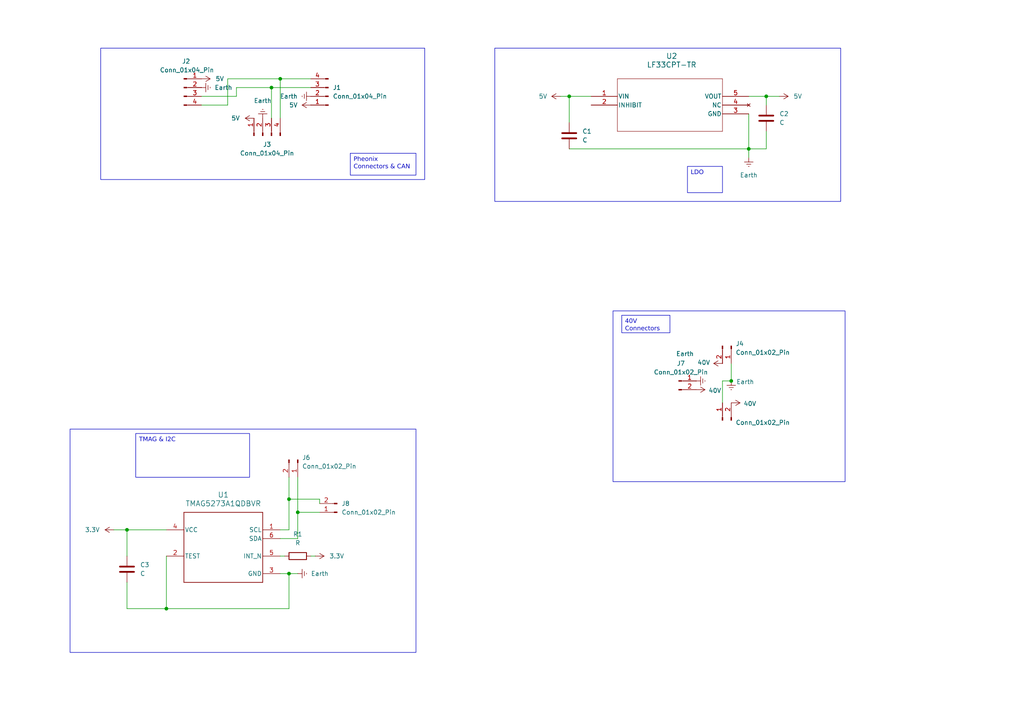
<source format=kicad_sch>
(kicad_sch
	(version 20231120)
	(generator "eeschema")
	(generator_version "8.0")
	(uuid "9cc32ca5-6e05-497e-83d8-178226cbd584")
	(paper "A4")
	(lib_symbols
		(symbol "Connector:Conn_01x02_Pin"
			(pin_names
				(offset 1.016) hide)
			(exclude_from_sim no)
			(in_bom yes)
			(on_board yes)
			(property "Reference" "J"
				(at 0 2.54 0)
				(effects
					(font
						(size 1.27 1.27)
					)
				)
			)
			(property "Value" "Conn_01x02_Pin"
				(at 0 -5.08 0)
				(effects
					(font
						(size 1.27 1.27)
					)
				)
			)
			(property "Footprint" ""
				(at 0 0 0)
				(effects
					(font
						(size 1.27 1.27)
					)
					(hide yes)
				)
			)
			(property "Datasheet" "~"
				(at 0 0 0)
				(effects
					(font
						(size 1.27 1.27)
					)
					(hide yes)
				)
			)
			(property "Description" "Generic connector, single row, 01x02, script generated"
				(at 0 0 0)
				(effects
					(font
						(size 1.27 1.27)
					)
					(hide yes)
				)
			)
			(property "ki_locked" ""
				(at 0 0 0)
				(effects
					(font
						(size 1.27 1.27)
					)
				)
			)
			(property "ki_keywords" "connector"
				(at 0 0 0)
				(effects
					(font
						(size 1.27 1.27)
					)
					(hide yes)
				)
			)
			(property "ki_fp_filters" "Connector*:*_1x??_*"
				(at 0 0 0)
				(effects
					(font
						(size 1.27 1.27)
					)
					(hide yes)
				)
			)
			(symbol "Conn_01x02_Pin_1_1"
				(polyline
					(pts
						(xy 1.27 -2.54) (xy 0.8636 -2.54)
					)
					(stroke
						(width 0.1524)
						(type default)
					)
					(fill
						(type none)
					)
				)
				(polyline
					(pts
						(xy 1.27 0) (xy 0.8636 0)
					)
					(stroke
						(width 0.1524)
						(type default)
					)
					(fill
						(type none)
					)
				)
				(rectangle
					(start 0.8636 -2.413)
					(end 0 -2.667)
					(stroke
						(width 0.1524)
						(type default)
					)
					(fill
						(type outline)
					)
				)
				(rectangle
					(start 0.8636 0.127)
					(end 0 -0.127)
					(stroke
						(width 0.1524)
						(type default)
					)
					(fill
						(type outline)
					)
				)
				(pin passive line
					(at 5.08 0 180)
					(length 3.81)
					(name "Pin_1"
						(effects
							(font
								(size 1.27 1.27)
							)
						)
					)
					(number "1"
						(effects
							(font
								(size 1.27 1.27)
							)
						)
					)
				)
				(pin passive line
					(at 5.08 -2.54 180)
					(length 3.81)
					(name "Pin_2"
						(effects
							(font
								(size 1.27 1.27)
							)
						)
					)
					(number "2"
						(effects
							(font
								(size 1.27 1.27)
							)
						)
					)
				)
			)
		)
		(symbol "Connector:Conn_01x04_Pin"
			(pin_names
				(offset 1.016) hide)
			(exclude_from_sim no)
			(in_bom yes)
			(on_board yes)
			(property "Reference" "J"
				(at 0 5.08 0)
				(effects
					(font
						(size 1.27 1.27)
					)
				)
			)
			(property "Value" "Conn_01x04_Pin"
				(at 0 -7.62 0)
				(effects
					(font
						(size 1.27 1.27)
					)
				)
			)
			(property "Footprint" ""
				(at 0 0 0)
				(effects
					(font
						(size 1.27 1.27)
					)
					(hide yes)
				)
			)
			(property "Datasheet" "~"
				(at 0 0 0)
				(effects
					(font
						(size 1.27 1.27)
					)
					(hide yes)
				)
			)
			(property "Description" "Generic connector, single row, 01x04, script generated"
				(at 0 0 0)
				(effects
					(font
						(size 1.27 1.27)
					)
					(hide yes)
				)
			)
			(property "ki_locked" ""
				(at 0 0 0)
				(effects
					(font
						(size 1.27 1.27)
					)
				)
			)
			(property "ki_keywords" "connector"
				(at 0 0 0)
				(effects
					(font
						(size 1.27 1.27)
					)
					(hide yes)
				)
			)
			(property "ki_fp_filters" "Connector*:*_1x??_*"
				(at 0 0 0)
				(effects
					(font
						(size 1.27 1.27)
					)
					(hide yes)
				)
			)
			(symbol "Conn_01x04_Pin_1_1"
				(polyline
					(pts
						(xy 1.27 -5.08) (xy 0.8636 -5.08)
					)
					(stroke
						(width 0.1524)
						(type default)
					)
					(fill
						(type none)
					)
				)
				(polyline
					(pts
						(xy 1.27 -2.54) (xy 0.8636 -2.54)
					)
					(stroke
						(width 0.1524)
						(type default)
					)
					(fill
						(type none)
					)
				)
				(polyline
					(pts
						(xy 1.27 0) (xy 0.8636 0)
					)
					(stroke
						(width 0.1524)
						(type default)
					)
					(fill
						(type none)
					)
				)
				(polyline
					(pts
						(xy 1.27 2.54) (xy 0.8636 2.54)
					)
					(stroke
						(width 0.1524)
						(type default)
					)
					(fill
						(type none)
					)
				)
				(rectangle
					(start 0.8636 -4.953)
					(end 0 -5.207)
					(stroke
						(width 0.1524)
						(type default)
					)
					(fill
						(type outline)
					)
				)
				(rectangle
					(start 0.8636 -2.413)
					(end 0 -2.667)
					(stroke
						(width 0.1524)
						(type default)
					)
					(fill
						(type outline)
					)
				)
				(rectangle
					(start 0.8636 0.127)
					(end 0 -0.127)
					(stroke
						(width 0.1524)
						(type default)
					)
					(fill
						(type outline)
					)
				)
				(rectangle
					(start 0.8636 2.667)
					(end 0 2.413)
					(stroke
						(width 0.1524)
						(type default)
					)
					(fill
						(type outline)
					)
				)
				(pin passive line
					(at 5.08 2.54 180)
					(length 3.81)
					(name "Pin_1"
						(effects
							(font
								(size 1.27 1.27)
							)
						)
					)
					(number "1"
						(effects
							(font
								(size 1.27 1.27)
							)
						)
					)
				)
				(pin passive line
					(at 5.08 0 180)
					(length 3.81)
					(name "Pin_2"
						(effects
							(font
								(size 1.27 1.27)
							)
						)
					)
					(number "2"
						(effects
							(font
								(size 1.27 1.27)
							)
						)
					)
				)
				(pin passive line
					(at 5.08 -2.54 180)
					(length 3.81)
					(name "Pin_3"
						(effects
							(font
								(size 1.27 1.27)
							)
						)
					)
					(number "3"
						(effects
							(font
								(size 1.27 1.27)
							)
						)
					)
				)
				(pin passive line
					(at 5.08 -5.08 180)
					(length 3.81)
					(name "Pin_4"
						(effects
							(font
								(size 1.27 1.27)
							)
						)
					)
					(number "4"
						(effects
							(font
								(size 1.27 1.27)
							)
						)
					)
				)
			)
		)
		(symbol "Device:C"
			(pin_numbers hide)
			(pin_names
				(offset 0.254)
			)
			(exclude_from_sim no)
			(in_bom yes)
			(on_board yes)
			(property "Reference" "C"
				(at 0.635 2.54 0)
				(effects
					(font
						(size 1.27 1.27)
					)
					(justify left)
				)
			)
			(property "Value" "C"
				(at 0.635 -2.54 0)
				(effects
					(font
						(size 1.27 1.27)
					)
					(justify left)
				)
			)
			(property "Footprint" ""
				(at 0.9652 -3.81 0)
				(effects
					(font
						(size 1.27 1.27)
					)
					(hide yes)
				)
			)
			(property "Datasheet" "~"
				(at 0 0 0)
				(effects
					(font
						(size 1.27 1.27)
					)
					(hide yes)
				)
			)
			(property "Description" "Unpolarized capacitor"
				(at 0 0 0)
				(effects
					(font
						(size 1.27 1.27)
					)
					(hide yes)
				)
			)
			(property "ki_keywords" "cap capacitor"
				(at 0 0 0)
				(effects
					(font
						(size 1.27 1.27)
					)
					(hide yes)
				)
			)
			(property "ki_fp_filters" "C_*"
				(at 0 0 0)
				(effects
					(font
						(size 1.27 1.27)
					)
					(hide yes)
				)
			)
			(symbol "C_0_1"
				(polyline
					(pts
						(xy -2.032 -0.762) (xy 2.032 -0.762)
					)
					(stroke
						(width 0.508)
						(type default)
					)
					(fill
						(type none)
					)
				)
				(polyline
					(pts
						(xy -2.032 0.762) (xy 2.032 0.762)
					)
					(stroke
						(width 0.508)
						(type default)
					)
					(fill
						(type none)
					)
				)
			)
			(symbol "C_1_1"
				(pin passive line
					(at 0 3.81 270)
					(length 2.794)
					(name "~"
						(effects
							(font
								(size 1.27 1.27)
							)
						)
					)
					(number "1"
						(effects
							(font
								(size 1.27 1.27)
							)
						)
					)
				)
				(pin passive line
					(at 0 -3.81 90)
					(length 2.794)
					(name "~"
						(effects
							(font
								(size 1.27 1.27)
							)
						)
					)
					(number "2"
						(effects
							(font
								(size 1.27 1.27)
							)
						)
					)
				)
			)
		)
		(symbol "Device:R"
			(pin_numbers hide)
			(pin_names
				(offset 0)
			)
			(exclude_from_sim no)
			(in_bom yes)
			(on_board yes)
			(property "Reference" "R"
				(at 2.032 0 90)
				(effects
					(font
						(size 1.27 1.27)
					)
				)
			)
			(property "Value" "R"
				(at 0 0 90)
				(effects
					(font
						(size 1.27 1.27)
					)
				)
			)
			(property "Footprint" ""
				(at -1.778 0 90)
				(effects
					(font
						(size 1.27 1.27)
					)
					(hide yes)
				)
			)
			(property "Datasheet" "~"
				(at 0 0 0)
				(effects
					(font
						(size 1.27 1.27)
					)
					(hide yes)
				)
			)
			(property "Description" "Resistor"
				(at 0 0 0)
				(effects
					(font
						(size 1.27 1.27)
					)
					(hide yes)
				)
			)
			(property "ki_keywords" "R res resistor"
				(at 0 0 0)
				(effects
					(font
						(size 1.27 1.27)
					)
					(hide yes)
				)
			)
			(property "ki_fp_filters" "R_*"
				(at 0 0 0)
				(effects
					(font
						(size 1.27 1.27)
					)
					(hide yes)
				)
			)
			(symbol "R_0_1"
				(rectangle
					(start -1.016 -2.54)
					(end 1.016 2.54)
					(stroke
						(width 0.254)
						(type default)
					)
					(fill
						(type none)
					)
				)
			)
			(symbol "R_1_1"
				(pin passive line
					(at 0 3.81 270)
					(length 1.27)
					(name "~"
						(effects
							(font
								(size 1.27 1.27)
							)
						)
					)
					(number "1"
						(effects
							(font
								(size 1.27 1.27)
							)
						)
					)
				)
				(pin passive line
					(at 0 -3.81 90)
					(length 1.27)
					(name "~"
						(effects
							(font
								(size 1.27 1.27)
							)
						)
					)
					(number "2"
						(effects
							(font
								(size 1.27 1.27)
							)
						)
					)
				)
			)
		)
		(symbol "LF33CPT-TR:LF33CPT-TR"
			(pin_names
				(offset 0.254)
			)
			(exclude_from_sim no)
			(in_bom yes)
			(on_board yes)
			(property "Reference" "U"
				(at 22.86 10.16 0)
				(effects
					(font
						(size 1.524 1.524)
					)
				)
			)
			(property "Value" "LF33CPT-TR"
				(at 22.86 7.62 0)
				(effects
					(font
						(size 1.524 1.524)
					)
				)
			)
			(property "Footprint" "PPAK_CPT-TR_STM"
				(at 0 0 0)
				(effects
					(font
						(size 1.27 1.27)
						(italic yes)
					)
					(hide yes)
				)
			)
			(property "Datasheet" "LF33CPT-TR"
				(at 0 0 0)
				(effects
					(font
						(size 1.27 1.27)
						(italic yes)
					)
					(hide yes)
				)
			)
			(property "Description" ""
				(at 0 0 0)
				(effects
					(font
						(size 1.27 1.27)
					)
					(hide yes)
				)
			)
			(property "ki_locked" ""
				(at 0 0 0)
				(effects
					(font
						(size 1.27 1.27)
					)
				)
			)
			(property "ki_keywords" "LF33CPT-TR"
				(at 0 0 0)
				(effects
					(font
						(size 1.27 1.27)
					)
					(hide yes)
				)
			)
			(property "ki_fp_filters" "PPAK_CPT-TR_STM PPAK_CPT-TR_STM-M PPAK_CPT-TR_STM-L"
				(at 0 0 0)
				(effects
					(font
						(size 1.27 1.27)
					)
					(hide yes)
				)
			)
			(symbol "LF33CPT-TR_0_1"
				(polyline
					(pts
						(xy 7.62 -10.16) (xy 38.1 -10.16)
					)
					(stroke
						(width 0.127)
						(type default)
					)
					(fill
						(type none)
					)
				)
				(polyline
					(pts
						(xy 7.62 5.08) (xy 7.62 -10.16)
					)
					(stroke
						(width 0.127)
						(type default)
					)
					(fill
						(type none)
					)
				)
				(polyline
					(pts
						(xy 38.1 -10.16) (xy 38.1 5.08)
					)
					(stroke
						(width 0.127)
						(type default)
					)
					(fill
						(type none)
					)
				)
				(polyline
					(pts
						(xy 38.1 5.08) (xy 7.62 5.08)
					)
					(stroke
						(width 0.127)
						(type default)
					)
					(fill
						(type none)
					)
				)
				(pin unspecified line
					(at 0 0 0)
					(length 7.62)
					(name "VIN"
						(effects
							(font
								(size 1.27 1.27)
							)
						)
					)
					(number "1"
						(effects
							(font
								(size 1.27 1.27)
							)
						)
					)
				)
				(pin input line
					(at 0 -2.54 0)
					(length 7.62)
					(name "INHIBIT"
						(effects
							(font
								(size 1.27 1.27)
							)
						)
					)
					(number "2"
						(effects
							(font
								(size 1.27 1.27)
							)
						)
					)
				)
				(pin power_out line
					(at 45.72 -5.08 180)
					(length 7.62)
					(name "GND"
						(effects
							(font
								(size 1.27 1.27)
							)
						)
					)
					(number "3"
						(effects
							(font
								(size 1.27 1.27)
							)
						)
					)
				)
				(pin no_connect line
					(at 45.72 -2.54 180)
					(length 7.62)
					(name "NC"
						(effects
							(font
								(size 1.27 1.27)
							)
						)
					)
					(number "4"
						(effects
							(font
								(size 1.27 1.27)
							)
						)
					)
				)
				(pin output line
					(at 45.72 0 180)
					(length 7.62)
					(name "VOUT"
						(effects
							(font
								(size 1.27 1.27)
							)
						)
					)
					(number "5"
						(effects
							(font
								(size 1.27 1.27)
							)
						)
					)
				)
			)
		)
		(symbol "TMAG:TMAG5273A1QDBVR"
			(pin_names
				(offset 0.254)
			)
			(exclude_from_sim no)
			(in_bom yes)
			(on_board yes)
			(property "Reference" "U"
				(at 0 2.54 0)
				(effects
					(font
						(size 1.524 1.524)
					)
				)
			)
			(property "Value" "TMAG5273A1QDBVR"
				(at 0 0 0)
				(effects
					(font
						(size 1.524 1.524)
					)
				)
			)
			(property "Footprint" "DBV0006A-IPC_A"
				(at 0 0 0)
				(effects
					(font
						(size 1.27 1.27)
						(italic yes)
					)
					(hide yes)
				)
			)
			(property "Datasheet" "TMAG5273A1QDBVR"
				(at 0 0 0)
				(effects
					(font
						(size 1.27 1.27)
						(italic yes)
					)
					(hide yes)
				)
			)
			(property "Description" ""
				(at 0 0 0)
				(effects
					(font
						(size 1.27 1.27)
					)
					(hide yes)
				)
			)
			(property "ki_locked" ""
				(at 0 0 0)
				(effects
					(font
						(size 1.27 1.27)
					)
				)
			)
			(property "ki_keywords" "TMAG5273A1QDBVR"
				(at 0 0 0)
				(effects
					(font
						(size 1.27 1.27)
					)
					(hide yes)
				)
			)
			(property "ki_fp_filters" "DBV0006A-IPC_A DBV0006A-IPC_B DBV0006A-IPC_C DBV0006A-MFG"
				(at 0 0 0)
				(effects
					(font
						(size 1.27 1.27)
					)
					(hide yes)
				)
			)
			(symbol "TMAG5273A1QDBVR_0_1"
				(polyline
					(pts
						(xy 5.08 -15.24) (xy 27.94 -15.24)
					)
					(stroke
						(width 0.2032)
						(type default)
					)
					(fill
						(type none)
					)
				)
				(polyline
					(pts
						(xy 5.08 5.08) (xy 5.08 -15.24)
					)
					(stroke
						(width 0.2032)
						(type default)
					)
					(fill
						(type none)
					)
				)
				(polyline
					(pts
						(xy 27.94 -15.24) (xy 27.94 5.08)
					)
					(stroke
						(width 0.2032)
						(type default)
					)
					(fill
						(type none)
					)
				)
				(polyline
					(pts
						(xy 27.94 5.08) (xy 5.08 5.08)
					)
					(stroke
						(width 0.2032)
						(type default)
					)
					(fill
						(type none)
					)
				)
				(pin input line
					(at 33.02 0 180)
					(length 5.08)
					(name "SCL"
						(effects
							(font
								(size 1.27 1.27)
							)
						)
					)
					(number "1"
						(effects
							(font
								(size 1.27 1.27)
							)
						)
					)
				)
				(pin input line
					(at 0 -7.62 0)
					(length 5.08)
					(name "TEST"
						(effects
							(font
								(size 1.27 1.27)
							)
						)
					)
					(number "2"
						(effects
							(font
								(size 1.27 1.27)
							)
						)
					)
				)
				(pin power_in line
					(at 33.02 -12.7 180)
					(length 5.08)
					(name "GND"
						(effects
							(font
								(size 1.27 1.27)
							)
						)
					)
					(number "3"
						(effects
							(font
								(size 1.27 1.27)
							)
						)
					)
				)
				(pin power_in line
					(at 0 0 0)
					(length 5.08)
					(name "VCC"
						(effects
							(font
								(size 1.27 1.27)
							)
						)
					)
					(number "4"
						(effects
							(font
								(size 1.27 1.27)
							)
						)
					)
				)
				(pin output line
					(at 33.02 -7.62 180)
					(length 5.08)
					(name "INT_N"
						(effects
							(font
								(size 1.27 1.27)
							)
						)
					)
					(number "5"
						(effects
							(font
								(size 1.27 1.27)
							)
						)
					)
				)
				(pin bidirectional line
					(at 33.02 -2.54 180)
					(length 5.08)
					(name "SDA"
						(effects
							(font
								(size 1.27 1.27)
							)
						)
					)
					(number "6"
						(effects
							(font
								(size 1.27 1.27)
							)
						)
					)
				)
			)
		)
		(symbol "power:Earth"
			(power)
			(pin_numbers hide)
			(pin_names
				(offset 0) hide)
			(exclude_from_sim no)
			(in_bom yes)
			(on_board yes)
			(property "Reference" "#PWR"
				(at 0 -6.35 0)
				(effects
					(font
						(size 1.27 1.27)
					)
					(hide yes)
				)
			)
			(property "Value" "Earth"
				(at 0 -3.81 0)
				(effects
					(font
						(size 1.27 1.27)
					)
				)
			)
			(property "Footprint" ""
				(at 0 0 0)
				(effects
					(font
						(size 1.27 1.27)
					)
					(hide yes)
				)
			)
			(property "Datasheet" "~"
				(at 0 0 0)
				(effects
					(font
						(size 1.27 1.27)
					)
					(hide yes)
				)
			)
			(property "Description" "Power symbol creates a global label with name \"Earth\""
				(at 0 0 0)
				(effects
					(font
						(size 1.27 1.27)
					)
					(hide yes)
				)
			)
			(property "ki_keywords" "global ground gnd"
				(at 0 0 0)
				(effects
					(font
						(size 1.27 1.27)
					)
					(hide yes)
				)
			)
			(symbol "Earth_0_1"
				(polyline
					(pts
						(xy -0.635 -1.905) (xy 0.635 -1.905)
					)
					(stroke
						(width 0)
						(type default)
					)
					(fill
						(type none)
					)
				)
				(polyline
					(pts
						(xy -0.127 -2.54) (xy 0.127 -2.54)
					)
					(stroke
						(width 0)
						(type default)
					)
					(fill
						(type none)
					)
				)
				(polyline
					(pts
						(xy 0 -1.27) (xy 0 0)
					)
					(stroke
						(width 0)
						(type default)
					)
					(fill
						(type none)
					)
				)
				(polyline
					(pts
						(xy 1.27 -1.27) (xy -1.27 -1.27)
					)
					(stroke
						(width 0)
						(type default)
					)
					(fill
						(type none)
					)
				)
			)
			(symbol "Earth_1_1"
				(pin power_in line
					(at 0 0 270)
					(length 0)
					(name "~"
						(effects
							(font
								(size 1.27 1.27)
							)
						)
					)
					(number "1"
						(effects
							(font
								(size 1.27 1.27)
							)
						)
					)
				)
			)
		)
		(symbol "power:VCC"
			(power)
			(pin_numbers hide)
			(pin_names
				(offset 0) hide)
			(exclude_from_sim no)
			(in_bom yes)
			(on_board yes)
			(property "Reference" "#PWR"
				(at 0 -3.81 0)
				(effects
					(font
						(size 1.27 1.27)
					)
					(hide yes)
				)
			)
			(property "Value" "VCC"
				(at 0 3.556 0)
				(effects
					(font
						(size 1.27 1.27)
					)
				)
			)
			(property "Footprint" ""
				(at 0 0 0)
				(effects
					(font
						(size 1.27 1.27)
					)
					(hide yes)
				)
			)
			(property "Datasheet" ""
				(at 0 0 0)
				(effects
					(font
						(size 1.27 1.27)
					)
					(hide yes)
				)
			)
			(property "Description" "Power symbol creates a global label with name \"VCC\""
				(at 0 0 0)
				(effects
					(font
						(size 1.27 1.27)
					)
					(hide yes)
				)
			)
			(property "ki_keywords" "global power"
				(at 0 0 0)
				(effects
					(font
						(size 1.27 1.27)
					)
					(hide yes)
				)
			)
			(symbol "VCC_0_1"
				(polyline
					(pts
						(xy -0.762 1.27) (xy 0 2.54)
					)
					(stroke
						(width 0)
						(type default)
					)
					(fill
						(type none)
					)
				)
				(polyline
					(pts
						(xy 0 0) (xy 0 2.54)
					)
					(stroke
						(width 0)
						(type default)
					)
					(fill
						(type none)
					)
				)
				(polyline
					(pts
						(xy 0 2.54) (xy 0.762 1.27)
					)
					(stroke
						(width 0)
						(type default)
					)
					(fill
						(type none)
					)
				)
			)
			(symbol "VCC_1_1"
				(pin power_in line
					(at 0 0 90)
					(length 0)
					(name "~"
						(effects
							(font
								(size 1.27 1.27)
							)
						)
					)
					(number "1"
						(effects
							(font
								(size 1.27 1.27)
							)
						)
					)
				)
			)
		)
	)
	(junction
		(at 86.36 148.59)
		(diameter 0)
		(color 0 0 0 0)
		(uuid "07b52dff-8047-4e77-a5c4-25ddf8351289")
	)
	(junction
		(at 217.17 43.18)
		(diameter 0)
		(color 0 0 0 0)
		(uuid "22e4c678-073f-4089-a1f4-15bdc750d920")
	)
	(junction
		(at 48.26 176.53)
		(diameter 0)
		(color 0 0 0 0)
		(uuid "6c197e79-3ade-49eb-b3d9-833171ed836d")
	)
	(junction
		(at 83.82 144.78)
		(diameter 0)
		(color 0 0 0 0)
		(uuid "702c582b-2706-4ccc-ab3b-69592964f1b6")
	)
	(junction
		(at 222.25 27.94)
		(diameter 0)
		(color 0 0 0 0)
		(uuid "71f00743-cfac-4948-afdf-11c5efe290b6")
	)
	(junction
		(at 212.09 110.49)
		(diameter 0)
		(color 0 0 0 0)
		(uuid "8a90427f-ad23-4d77-a899-003c9edc63f7")
	)
	(junction
		(at 78.74 25.4)
		(diameter 0)
		(color 0 0 0 0)
		(uuid "95af2198-4b8e-4143-af09-e2700dd6697e")
	)
	(junction
		(at 165.1 27.94)
		(diameter 0)
		(color 0 0 0 0)
		(uuid "99eb2c5c-876c-4d43-bcf2-ff050fee81e6")
	)
	(junction
		(at 83.82 166.37)
		(diameter 0)
		(color 0 0 0 0)
		(uuid "d4c9ffe5-6e22-46b9-a4bf-7c668164fe36")
	)
	(junction
		(at 36.83 153.67)
		(diameter 0)
		(color 0 0 0 0)
		(uuid "ef40bb0e-8499-4f36-9037-85f7c3d0b58e")
	)
	(junction
		(at 81.28 22.86)
		(diameter 0)
		(color 0 0 0 0)
		(uuid "f90667e1-95c8-40b4-972b-ce7a89df159c")
	)
	(wire
		(pts
			(xy 83.82 166.37) (xy 86.36 166.37)
		)
		(stroke
			(width 0)
			(type default)
		)
		(uuid "0ec83d56-e73d-4706-a6ee-119b6575fd1e")
	)
	(wire
		(pts
			(xy 222.25 38.1) (xy 222.25 43.18)
		)
		(stroke
			(width 0)
			(type default)
		)
		(uuid "11a5e4dc-8be0-434a-933a-d8c4536ebd0c")
	)
	(wire
		(pts
			(xy 36.83 168.91) (xy 36.83 176.53)
		)
		(stroke
			(width 0)
			(type default)
		)
		(uuid "1df23a81-647f-42b3-b192-2ad4766705ae")
	)
	(wire
		(pts
			(xy 222.25 43.18) (xy 217.17 43.18)
		)
		(stroke
			(width 0)
			(type default)
		)
		(uuid "1e89b72f-4067-41ae-9550-9b7fd1d3d4d2")
	)
	(wire
		(pts
			(xy 36.83 176.53) (xy 48.26 176.53)
		)
		(stroke
			(width 0)
			(type default)
		)
		(uuid "20a67a47-2dfe-4321-b768-a82a42e415f8")
	)
	(wire
		(pts
			(xy 162.56 27.94) (xy 165.1 27.94)
		)
		(stroke
			(width 0)
			(type default)
		)
		(uuid "26660b1b-ff4c-4362-8954-5c2eb3f81852")
	)
	(wire
		(pts
			(xy 83.82 138.43) (xy 83.82 144.78)
		)
		(stroke
			(width 0)
			(type default)
		)
		(uuid "29a5856c-e302-4e29-8652-7a48484e149c")
	)
	(wire
		(pts
			(xy 81.28 22.86) (xy 90.17 22.86)
		)
		(stroke
			(width 0)
			(type default)
		)
		(uuid "2b27d77d-ae00-47a9-b0a5-7c01a2b22dab")
	)
	(wire
		(pts
			(xy 66.04 22.86) (xy 81.28 22.86)
		)
		(stroke
			(width 0)
			(type default)
		)
		(uuid "348ec8d5-21a9-49f5-a604-62e626c10b7c")
	)
	(wire
		(pts
			(xy 83.82 144.78) (xy 92.71 144.78)
		)
		(stroke
			(width 0)
			(type default)
		)
		(uuid "3a8ed810-2fe5-477e-b94f-0fe11e567610")
	)
	(wire
		(pts
			(xy 217.17 43.18) (xy 217.17 45.72)
		)
		(stroke
			(width 0)
			(type default)
		)
		(uuid "402dfad3-bc9f-446b-a269-0de702c1a4ba")
	)
	(wire
		(pts
			(xy 217.17 27.94) (xy 222.25 27.94)
		)
		(stroke
			(width 0)
			(type default)
		)
		(uuid "4341bbca-1407-458d-8186-8a5ddd5a9e17")
	)
	(wire
		(pts
			(xy 81.28 153.67) (xy 83.82 153.67)
		)
		(stroke
			(width 0)
			(type default)
		)
		(uuid "439f03d3-1ea1-4692-953a-a9a57fa2c820")
	)
	(wire
		(pts
			(xy 90.17 161.29) (xy 91.44 161.29)
		)
		(stroke
			(width 0)
			(type default)
		)
		(uuid "441bba61-e9fc-46a7-9374-efd8d0ebafb1")
	)
	(wire
		(pts
			(xy 36.83 153.67) (xy 48.26 153.67)
		)
		(stroke
			(width 0)
			(type default)
		)
		(uuid "464e889a-93c8-4eb1-b22d-17083ec77db8")
	)
	(wire
		(pts
			(xy 165.1 43.18) (xy 217.17 43.18)
		)
		(stroke
			(width 0)
			(type default)
		)
		(uuid "4e78adf4-a625-4415-a663-ea5235d857b8")
	)
	(wire
		(pts
			(xy 81.28 156.21) (xy 86.36 156.21)
		)
		(stroke
			(width 0)
			(type default)
		)
		(uuid "501d082a-aabe-47a3-b434-256b92dec7c3")
	)
	(wire
		(pts
			(xy 81.28 22.86) (xy 81.28 34.29)
		)
		(stroke
			(width 0)
			(type default)
		)
		(uuid "5b1274a8-88f4-4af8-90f2-dfeb65271365")
	)
	(wire
		(pts
			(xy 68.58 27.94) (xy 68.58 25.4)
		)
		(stroke
			(width 0)
			(type default)
		)
		(uuid "66828aa3-1639-42ae-bf70-987d6aa30f38")
	)
	(wire
		(pts
			(xy 48.26 161.29) (xy 48.26 176.53)
		)
		(stroke
			(width 0)
			(type default)
		)
		(uuid "695bba29-13c7-430c-a378-e071b9b60e36")
	)
	(wire
		(pts
			(xy 83.82 144.78) (xy 83.82 153.67)
		)
		(stroke
			(width 0)
			(type default)
		)
		(uuid "6ebe954f-0ef9-4a31-b1dd-fbe966ea1d70")
	)
	(wire
		(pts
			(xy 36.83 153.67) (xy 36.83 161.29)
		)
		(stroke
			(width 0)
			(type default)
		)
		(uuid "7236d638-75aa-424a-aca8-95a8b1480090")
	)
	(wire
		(pts
			(xy 222.25 30.48) (xy 222.25 27.94)
		)
		(stroke
			(width 0)
			(type default)
		)
		(uuid "7a44dd5d-4601-40d5-9780-85436b1d8170")
	)
	(wire
		(pts
			(xy 86.36 138.43) (xy 86.36 148.59)
		)
		(stroke
			(width 0)
			(type default)
		)
		(uuid "7d915bbc-ae3c-4fbd-ab0e-4af1f51c5fec")
	)
	(wire
		(pts
			(xy 209.55 110.49) (xy 212.09 110.49)
		)
		(stroke
			(width 0)
			(type default)
		)
		(uuid "7e601178-2997-4b89-8282-320d8d4dfe03")
	)
	(wire
		(pts
			(xy 92.71 144.78) (xy 92.71 146.05)
		)
		(stroke
			(width 0)
			(type default)
		)
		(uuid "8869b275-9e03-4de3-92a2-aee72bc51754")
	)
	(wire
		(pts
			(xy 209.55 116.84) (xy 209.55 110.49)
		)
		(stroke
			(width 0)
			(type default)
		)
		(uuid "8a87052c-2ec8-4b7c-88ec-ab11d944159a")
	)
	(wire
		(pts
			(xy 86.36 148.59) (xy 86.36 156.21)
		)
		(stroke
			(width 0)
			(type default)
		)
		(uuid "95f88489-fc28-4350-8de9-f758e944af9b")
	)
	(wire
		(pts
			(xy 217.17 33.02) (xy 217.17 43.18)
		)
		(stroke
			(width 0)
			(type default)
		)
		(uuid "a48c8428-0792-4f8b-887c-5b2c5aa8947c")
	)
	(wire
		(pts
			(xy 66.04 22.86) (xy 66.04 30.48)
		)
		(stroke
			(width 0)
			(type default)
		)
		(uuid "a739957e-ce8e-46c0-9462-ba1a94f631b4")
	)
	(wire
		(pts
			(xy 83.82 176.53) (xy 83.82 166.37)
		)
		(stroke
			(width 0)
			(type default)
		)
		(uuid "b011d635-5ea8-4e43-be8a-86c2eb41b62d")
	)
	(wire
		(pts
			(xy 165.1 27.94) (xy 171.45 27.94)
		)
		(stroke
			(width 0)
			(type default)
		)
		(uuid "c62a51aa-17b4-4c9f-a19e-927d9cf1fee8")
	)
	(wire
		(pts
			(xy 81.28 161.29) (xy 82.55 161.29)
		)
		(stroke
			(width 0)
			(type default)
		)
		(uuid "cda831ec-e703-4370-befd-812511a1cef1")
	)
	(wire
		(pts
			(xy 66.04 30.48) (xy 58.42 30.48)
		)
		(stroke
			(width 0)
			(type default)
		)
		(uuid "d7290d40-296b-4eb8-9962-df0ab0870d33")
	)
	(wire
		(pts
			(xy 68.58 25.4) (xy 78.74 25.4)
		)
		(stroke
			(width 0)
			(type default)
		)
		(uuid "dcc50667-ec86-4f6c-a6af-1cfe04a0b780")
	)
	(wire
		(pts
			(xy 83.82 166.37) (xy 81.28 166.37)
		)
		(stroke
			(width 0)
			(type default)
		)
		(uuid "dd63cef4-32d7-4419-8aff-7406f2b6c7eb")
	)
	(wire
		(pts
			(xy 78.74 25.4) (xy 78.74 34.29)
		)
		(stroke
			(width 0)
			(type default)
		)
		(uuid "dfb9222b-0ad8-4e32-b9a5-16ae908d999d")
	)
	(wire
		(pts
			(xy 212.09 110.49) (xy 212.09 105.41)
		)
		(stroke
			(width 0)
			(type default)
		)
		(uuid "e0b7daad-a709-4b2d-b077-bf5f35a4238a")
	)
	(wire
		(pts
			(xy 78.74 25.4) (xy 90.17 25.4)
		)
		(stroke
			(width 0)
			(type default)
		)
		(uuid "e7a7a235-beca-4cef-b8af-5c889312fc19")
	)
	(wire
		(pts
			(xy 33.02 153.67) (xy 36.83 153.67)
		)
		(stroke
			(width 0)
			(type default)
		)
		(uuid "e8a377d4-d269-4ee9-b31c-4d6a3d3b8790")
	)
	(wire
		(pts
			(xy 58.42 27.94) (xy 68.58 27.94)
		)
		(stroke
			(width 0)
			(type default)
		)
		(uuid "eb5fd769-86a9-4c76-87b0-77df0454dd54")
	)
	(wire
		(pts
			(xy 222.25 27.94) (xy 226.06 27.94)
		)
		(stroke
			(width 0)
			(type default)
		)
		(uuid "edc438fc-5c5b-44bf-85d7-0a00f534c547")
	)
	(wire
		(pts
			(xy 48.26 176.53) (xy 83.82 176.53)
		)
		(stroke
			(width 0)
			(type default)
		)
		(uuid "f3049386-e472-4093-ac42-ce59e89594fe")
	)
	(wire
		(pts
			(xy 165.1 27.94) (xy 165.1 35.56)
		)
		(stroke
			(width 0)
			(type default)
		)
		(uuid "f465bb23-e5fd-4d40-a57c-f1107e4fa8a7")
	)
	(wire
		(pts
			(xy 86.36 148.59) (xy 92.71 148.59)
		)
		(stroke
			(width 0)
			(type default)
		)
		(uuid "f6c05b08-47e3-4d46-b8cf-d112ad33268b")
	)
	(rectangle
		(start 29.21 13.97)
		(end 123.19 52.07)
		(stroke
			(width 0)
			(type default)
		)
		(fill
			(type none)
		)
		(uuid 93f57cb6-4f3e-4c54-805e-945c88e1b9e7)
	)
	(rectangle
		(start 20.32 124.46)
		(end 120.65 189.23)
		(stroke
			(width 0)
			(type default)
		)
		(fill
			(type none)
		)
		(uuid a7e14314-4e3c-4705-bfbd-3b101e820ced)
	)
	(rectangle
		(start 143.51 13.97)
		(end 243.84 58.42)
		(stroke
			(width 0)
			(type default)
		)
		(fill
			(type none)
		)
		(uuid b54863b1-ab87-4346-8f8e-4314aa2b5755)
	)
	(rectangle
		(start 177.8 90.17)
		(end 245.11 139.7)
		(stroke
			(width 0)
			(type default)
		)
		(fill
			(type none)
		)
		(uuid f30f7ce9-7f44-4782-8a70-46a7ee7cbb98)
	)
	(text_box "LDO"
		(exclude_from_sim no)
		(at 199.39 48.26 0)
		(size 10.16 7.62)
		(stroke
			(width 0)
			(type default)
		)
		(fill
			(type none)
		)
		(effects
			(font
				(face "Book Antiqua")
				(size 1.27 1.27)
			)
			(justify left top)
		)
		(uuid "0327830b-4f0c-4e35-a930-3363e4f53d44")
	)
	(text_box "TMAG & I2C"
		(exclude_from_sim no)
		(at 39.37 125.73 0)
		(size 33.02 12.7)
		(stroke
			(width 0)
			(type default)
		)
		(fill
			(type none)
		)
		(effects
			(font
				(face "Book Antiqua")
				(size 1.27 1.27)
			)
			(justify left top)
		)
		(uuid "5574fb98-6f6c-4615-9051-584c041c7212")
	)
	(text_box "Pheonix Connectors & CAN"
		(exclude_from_sim no)
		(at 101.6 44.45 0)
		(size 19.05 6.35)
		(stroke
			(width 0)
			(type default)
		)
		(fill
			(type none)
		)
		(effects
			(font
				(face "Book Antiqua")
				(size 1.27 1.27)
			)
			(justify left top)
		)
		(uuid "e783dad1-baf1-4a36-9b16-e5850aff7784")
	)
	(text_box "40V Connectors"
		(exclude_from_sim no)
		(at 180.34 91.44 0)
		(size 13.97 5.08)
		(stroke
			(width 0)
			(type default)
		)
		(fill
			(type none)
		)
		(effects
			(font
				(face "Book Antiqua")
				(size 1.27 1.27)
			)
			(justify left top)
		)
		(uuid "f404c165-c6c6-4cbe-8a1b-b993727d2e58")
	)
	(symbol
		(lib_id "Connector:Conn_01x02_Pin")
		(at 86.36 133.35 270)
		(unit 1)
		(exclude_from_sim no)
		(in_bom yes)
		(on_board yes)
		(dnp no)
		(fields_autoplaced yes)
		(uuid "0a0ade75-af03-4283-9704-bb9e3ca9d590")
		(property "Reference" "J6"
			(at 87.63 132.7149 90)
			(effects
				(font
					(size 1.27 1.27)
				)
				(justify left)
			)
		)
		(property "Value" "Conn_01x02_Pin"
			(at 87.63 135.2549 90)
			(effects
				(font
					(size 1.27 1.27)
				)
				(justify left)
			)
		)
		(property "Footprint" "Connector_Phoenix_MC:PhoenixContact_MC_1,5_2-G-3.5_1x02_P3.50mm_Horizontal"
			(at 86.36 133.35 0)
			(effects
				(font
					(size 1.27 1.27)
				)
				(hide yes)
			)
		)
		(property "Datasheet" "~"
			(at 86.36 133.35 0)
			(effects
				(font
					(size 1.27 1.27)
				)
				(hide yes)
			)
		)
		(property "Description" "Generic connector, single row, 01x02, script generated"
			(at 86.36 133.35 0)
			(effects
				(font
					(size 1.27 1.27)
				)
				(hide yes)
			)
		)
		(pin "2"
			(uuid "696cd64d-c8eb-4024-97de-f15cf384ecb1")
		)
		(pin "1"
			(uuid "03c81592-8570-447c-aa07-a43d3f43a9db")
		)
		(instances
			(project "Wheel Breakout Board"
				(path "/9cc32ca5-6e05-497e-83d8-178226cbd584"
					(reference "J6")
					(unit 1)
				)
			)
		)
	)
	(symbol
		(lib_id "Device:C")
		(at 222.25 34.29 0)
		(unit 1)
		(exclude_from_sim no)
		(in_bom yes)
		(on_board yes)
		(dnp no)
		(fields_autoplaced yes)
		(uuid "0a633ea7-a692-4452-93d6-b727e368deea")
		(property "Reference" "C2"
			(at 226.06 33.0199 0)
			(effects
				(font
					(size 1.27 1.27)
				)
				(justify left)
			)
		)
		(property "Value" "C"
			(at 226.06 35.5599 0)
			(effects
				(font
					(size 1.27 1.27)
				)
				(justify left)
			)
		)
		(property "Footprint" "Capacitor_SMD:C_0201_0603Metric"
			(at 223.2152 38.1 0)
			(effects
				(font
					(size 1.27 1.27)
				)
				(hide yes)
			)
		)
		(property "Datasheet" "~"
			(at 222.25 34.29 0)
			(effects
				(font
					(size 1.27 1.27)
				)
				(hide yes)
			)
		)
		(property "Description" "Unpolarized capacitor"
			(at 222.25 34.29 0)
			(effects
				(font
					(size 1.27 1.27)
				)
				(hide yes)
			)
		)
		(pin "2"
			(uuid "f4572320-2ba8-45a8-b895-e97ea3002c6e")
		)
		(pin "1"
			(uuid "2376d5bc-e757-47ab-bfbe-d084a77909ad")
		)
		(instances
			(project "Wheel Breakout Board"
				(path "/9cc32ca5-6e05-497e-83d8-178226cbd584"
					(reference "C2")
					(unit 1)
				)
			)
		)
	)
	(symbol
		(lib_id "Connector:Conn_01x04_Pin")
		(at 95.25 27.94 180)
		(unit 1)
		(exclude_from_sim no)
		(in_bom yes)
		(on_board yes)
		(dnp no)
		(fields_autoplaced yes)
		(uuid "0f68bfd7-0f22-473a-8bd5-82d8435bf1c4")
		(property "Reference" "J1"
			(at 96.52 25.3999 0)
			(effects
				(font
					(size 1.27 1.27)
				)
				(justify right)
			)
		)
		(property "Value" "Conn_01x04_Pin"
			(at 96.52 27.9399 0)
			(effects
				(font
					(size 1.27 1.27)
				)
				(justify right)
			)
		)
		(property "Footprint" "Connector_Phoenix_MC:PhoenixContact_MC_1,5_4-G-3.5_1x04_P3.50mm_Horizontal"
			(at 95.25 27.94 0)
			(effects
				(font
					(size 1.27 1.27)
				)
				(hide yes)
			)
		)
		(property "Datasheet" "~"
			(at 95.25 27.94 0)
			(effects
				(font
					(size 1.27 1.27)
				)
				(hide yes)
			)
		)
		(property "Description" "Generic connector, single row, 01x04, script generated"
			(at 95.25 27.94 0)
			(effects
				(font
					(size 1.27 1.27)
				)
				(hide yes)
			)
		)
		(pin "2"
			(uuid "c8222671-ca0a-4648-ad86-c282d96f80b4")
		)
		(pin "4"
			(uuid "6b9c4d46-b087-481a-b024-6b77b10f0786")
		)
		(pin "1"
			(uuid "0dc161c6-2404-46b4-9126-c4f60365fba3")
		)
		(pin "3"
			(uuid "b8c59ec2-c987-4c64-8095-3f806687bd75")
		)
		(instances
			(project "Wheel Breakout Board"
				(path "/9cc32ca5-6e05-497e-83d8-178226cbd584"
					(reference "J1")
					(unit 1)
				)
			)
		)
	)
	(symbol
		(lib_id "power:VCC")
		(at 162.56 27.94 90)
		(unit 1)
		(exclude_from_sim no)
		(in_bom yes)
		(on_board yes)
		(dnp no)
		(fields_autoplaced yes)
		(uuid "17db4dae-b637-408f-bb5d-992a9ef124ee")
		(property "Reference" "#PWR07"
			(at 166.37 27.94 0)
			(effects
				(font
					(size 1.27 1.27)
				)
				(hide yes)
			)
		)
		(property "Value" "5V"
			(at 158.75 27.9399 90)
			(effects
				(font
					(size 1.27 1.27)
				)
				(justify left)
			)
		)
		(property "Footprint" ""
			(at 162.56 27.94 0)
			(effects
				(font
					(size 1.27 1.27)
				)
				(hide yes)
			)
		)
		(property "Datasheet" ""
			(at 162.56 27.94 0)
			(effects
				(font
					(size 1.27 1.27)
				)
				(hide yes)
			)
		)
		(property "Description" "Power symbol creates a global label with name \"VCC\""
			(at 162.56 27.94 0)
			(effects
				(font
					(size 1.27 1.27)
				)
				(hide yes)
			)
		)
		(pin "1"
			(uuid "9ebd2e8f-f9eb-4290-9a2a-c9602de28ab3")
		)
		(instances
			(project "Wheel Breakout Board"
				(path "/9cc32ca5-6e05-497e-83d8-178226cbd584"
					(reference "#PWR07")
					(unit 1)
				)
			)
		)
	)
	(symbol
		(lib_id "power:VCC")
		(at 201.93 113.03 270)
		(unit 1)
		(exclude_from_sim no)
		(in_bom yes)
		(on_board yes)
		(dnp no)
		(uuid "1b0d5ba6-9501-43b3-9c43-7959ba4807a4")
		(property "Reference" "#PWR015"
			(at 198.12 113.03 0)
			(effects
				(font
					(size 1.27 1.27)
				)
				(hide yes)
			)
		)
		(property "Value" "40V"
			(at 205.486 113.284 90)
			(effects
				(font
					(size 1.27 1.27)
				)
				(justify left)
			)
		)
		(property "Footprint" ""
			(at 201.93 113.03 0)
			(effects
				(font
					(size 1.27 1.27)
				)
				(hide yes)
			)
		)
		(property "Datasheet" ""
			(at 201.93 113.03 0)
			(effects
				(font
					(size 1.27 1.27)
				)
				(hide yes)
			)
		)
		(property "Description" "Power symbol creates a global label with name \"VCC\""
			(at 201.93 113.03 0)
			(effects
				(font
					(size 1.27 1.27)
				)
				(hide yes)
			)
		)
		(pin "1"
			(uuid "18354ffb-1b96-4e35-914a-7c4a7cffdd34")
		)
		(instances
			(project "Wheel Breakout Board"
				(path "/9cc32ca5-6e05-497e-83d8-178226cbd584"
					(reference "#PWR015")
					(unit 1)
				)
			)
		)
	)
	(symbol
		(lib_id "power:VCC")
		(at 91.44 161.29 270)
		(unit 1)
		(exclude_from_sim no)
		(in_bom yes)
		(on_board yes)
		(dnp no)
		(uuid "1d4f7b10-4cf8-436c-a76a-2869f5bfa6e1")
		(property "Reference" "#PWR011"
			(at 87.63 161.29 0)
			(effects
				(font
					(size 1.27 1.27)
				)
				(hide yes)
			)
		)
		(property "Value" "3.3V"
			(at 95.504 161.29 90)
			(effects
				(font
					(size 1.27 1.27)
				)
				(justify left)
			)
		)
		(property "Footprint" ""
			(at 91.44 161.29 0)
			(effects
				(font
					(size 1.27 1.27)
				)
				(hide yes)
			)
		)
		(property "Datasheet" ""
			(at 91.44 161.29 0)
			(effects
				(font
					(size 1.27 1.27)
				)
				(hide yes)
			)
		)
		(property "Description" "Power symbol creates a global label with name \"VCC\""
			(at 91.44 161.29 0)
			(effects
				(font
					(size 1.27 1.27)
				)
				(hide yes)
			)
		)
		(pin "1"
			(uuid "455cd46b-60b9-41ca-8c95-69197d28f5cf")
		)
		(instances
			(project "Wheel Breakout Board"
				(path "/9cc32ca5-6e05-497e-83d8-178226cbd584"
					(reference "#PWR011")
					(unit 1)
				)
			)
		)
	)
	(symbol
		(lib_id "power:VCC")
		(at 73.66 34.29 90)
		(unit 1)
		(exclude_from_sim no)
		(in_bom yes)
		(on_board yes)
		(dnp no)
		(uuid "1d749f8c-de62-47a0-bd31-157d43a6c6f4")
		(property "Reference" "#PWR05"
			(at 77.47 34.29 0)
			(effects
				(font
					(size 1.27 1.27)
				)
				(hide yes)
			)
		)
		(property "Value" "5V"
			(at 69.596 34.29 90)
			(effects
				(font
					(size 1.27 1.27)
				)
				(justify left)
			)
		)
		(property "Footprint" ""
			(at 73.66 34.29 0)
			(effects
				(font
					(size 1.27 1.27)
				)
				(hide yes)
			)
		)
		(property "Datasheet" ""
			(at 73.66 34.29 0)
			(effects
				(font
					(size 1.27 1.27)
				)
				(hide yes)
			)
		)
		(property "Description" "Power symbol creates a global label with name \"VCC\""
			(at 73.66 34.29 0)
			(effects
				(font
					(size 1.27 1.27)
				)
				(hide yes)
			)
		)
		(pin "1"
			(uuid "581462e6-be7b-4814-821d-59293cc4dd08")
		)
		(instances
			(project "Wheel Breakout Board"
				(path "/9cc32ca5-6e05-497e-83d8-178226cbd584"
					(reference "#PWR05")
					(unit 1)
				)
			)
		)
	)
	(symbol
		(lib_id "Device:R")
		(at 86.36 161.29 90)
		(unit 1)
		(exclude_from_sim no)
		(in_bom yes)
		(on_board yes)
		(dnp no)
		(fields_autoplaced yes)
		(uuid "28db8eb9-8e1e-4f07-b5c7-d77e2a421198")
		(property "Reference" "R1"
			(at 86.36 154.94 90)
			(effects
				(font
					(size 1.27 1.27)
				)
			)
		)
		(property "Value" "R"
			(at 86.36 157.48 90)
			(effects
				(font
					(size 1.27 1.27)
				)
			)
		)
		(property "Footprint" "Resistor_SMD:R_0201_0603Metric"
			(at 86.36 163.068 90)
			(effects
				(font
					(size 1.27 1.27)
				)
				(hide yes)
			)
		)
		(property "Datasheet" "~"
			(at 86.36 161.29 0)
			(effects
				(font
					(size 1.27 1.27)
				)
				(hide yes)
			)
		)
		(property "Description" "Resistor"
			(at 86.36 161.29 0)
			(effects
				(font
					(size 1.27 1.27)
				)
				(hide yes)
			)
		)
		(pin "1"
			(uuid "b65bb879-e815-4709-a6ce-dc43f54b35cd")
		)
		(pin "2"
			(uuid "1ab8bc97-92b2-40b1-b787-8ba12f341746")
		)
		(instances
			(project "Wheel Breakout Board"
				(path "/9cc32ca5-6e05-497e-83d8-178226cbd584"
					(reference "R1")
					(unit 1)
				)
			)
		)
	)
	(symbol
		(lib_id "power:Earth")
		(at 58.42 25.4 90)
		(unit 1)
		(exclude_from_sim no)
		(in_bom yes)
		(on_board yes)
		(dnp no)
		(fields_autoplaced yes)
		(uuid "2b70b13c-bcc4-4741-a772-52086c4d8791")
		(property "Reference" "#PWR03"
			(at 64.77 25.4 0)
			(effects
				(font
					(size 1.27 1.27)
				)
				(hide yes)
			)
		)
		(property "Value" "Earth"
			(at 62.23 25.3999 90)
			(effects
				(font
					(size 1.27 1.27)
				)
				(justify right)
			)
		)
		(property "Footprint" ""
			(at 58.42 25.4 0)
			(effects
				(font
					(size 1.27 1.27)
				)
				(hide yes)
			)
		)
		(property "Datasheet" "~"
			(at 58.42 25.4 0)
			(effects
				(font
					(size 1.27 1.27)
				)
				(hide yes)
			)
		)
		(property "Description" "Power symbol creates a global label with name \"Earth\""
			(at 58.42 25.4 0)
			(effects
				(font
					(size 1.27 1.27)
				)
				(hide yes)
			)
		)
		(pin "1"
			(uuid "4cf81650-cb57-4597-9c86-b251041b53e5")
		)
		(instances
			(project "Wheel Breakout Board"
				(path "/9cc32ca5-6e05-497e-83d8-178226cbd584"
					(reference "#PWR03")
					(unit 1)
				)
			)
		)
	)
	(symbol
		(lib_id "Connector:Conn_01x02_Pin")
		(at 209.55 121.92 90)
		(unit 1)
		(exclude_from_sim no)
		(in_bom yes)
		(on_board yes)
		(dnp no)
		(fields_autoplaced yes)
		(uuid "37ed3c02-4019-4302-92d8-1172abd5baaa")
		(property "Reference" "J5"
			(at 213.36 120.0149 90)
			(effects
				(font
					(size 1.27 1.27)
				)
				(justify right)
				(hide yes)
			)
		)
		(property "Value" "Conn_01x02_Pin"
			(at 213.36 122.5549 90)
			(effects
				(font
					(size 1.27 1.27)
				)
				(justify right)
			)
		)
		(property "Footprint" "Connector_AMASS:AMASS_XT60PW-M_1x02_P7.20mm_Horizontal"
			(at 209.55 121.92 0)
			(effects
				(font
					(size 1.27 1.27)
				)
				(hide yes)
			)
		)
		(property "Datasheet" "~"
			(at 209.55 121.92 0)
			(effects
				(font
					(size 1.27 1.27)
				)
				(hide yes)
			)
		)
		(property "Description" "Generic connector, single row, 01x02, script generated"
			(at 209.55 121.92 0)
			(effects
				(font
					(size 1.27 1.27)
				)
				(hide yes)
			)
		)
		(pin "2"
			(uuid "1d9f133f-7ca3-4d45-a10f-f75420a9579d")
		)
		(pin "1"
			(uuid "2070757b-4275-4e03-97f7-10203c2dddff")
		)
		(instances
			(project "Wheel Breakout Board"
				(path "/9cc32ca5-6e05-497e-83d8-178226cbd584"
					(reference "J5")
					(unit 1)
				)
			)
		)
	)
	(symbol
		(lib_id "power:Earth")
		(at 76.2 34.29 180)
		(unit 1)
		(exclude_from_sim no)
		(in_bom yes)
		(on_board yes)
		(dnp no)
		(fields_autoplaced yes)
		(uuid "3a5cee02-520d-441b-8255-9b87bd71d836")
		(property "Reference" "#PWR06"
			(at 76.2 27.94 0)
			(effects
				(font
					(size 1.27 1.27)
				)
				(hide yes)
			)
		)
		(property "Value" "Earth"
			(at 76.2 29.21 0)
			(effects
				(font
					(size 1.27 1.27)
				)
			)
		)
		(property "Footprint" ""
			(at 76.2 34.29 0)
			(effects
				(font
					(size 1.27 1.27)
				)
				(hide yes)
			)
		)
		(property "Datasheet" "~"
			(at 76.2 34.29 0)
			(effects
				(font
					(size 1.27 1.27)
				)
				(hide yes)
			)
		)
		(property "Description" "Power symbol creates a global label with name \"Earth\""
			(at 76.2 34.29 0)
			(effects
				(font
					(size 1.27 1.27)
				)
				(hide yes)
			)
		)
		(pin "1"
			(uuid "6ba8b4ba-768a-4e48-b32d-ec757a511941")
		)
		(instances
			(project "Wheel Breakout Board"
				(path "/9cc32ca5-6e05-497e-83d8-178226cbd584"
					(reference "#PWR06")
					(unit 1)
				)
			)
		)
	)
	(symbol
		(lib_id "Device:C")
		(at 36.83 165.1 0)
		(unit 1)
		(exclude_from_sim no)
		(in_bom yes)
		(on_board yes)
		(dnp no)
		(fields_autoplaced yes)
		(uuid "3ec00e13-8496-4dba-944e-d1deaae57aa6")
		(property "Reference" "C3"
			(at 40.64 163.8299 0)
			(effects
				(font
					(size 1.27 1.27)
				)
				(justify left)
			)
		)
		(property "Value" "C"
			(at 40.64 166.3699 0)
			(effects
				(font
					(size 1.27 1.27)
				)
				(justify left)
			)
		)
		(property "Footprint" "Capacitor_SMD:C_0201_0603Metric"
			(at 37.7952 168.91 0)
			(effects
				(font
					(size 1.27 1.27)
				)
				(hide yes)
			)
		)
		(property "Datasheet" "~"
			(at 36.83 165.1 0)
			(effects
				(font
					(size 1.27 1.27)
				)
				(hide yes)
			)
		)
		(property "Description" "Unpolarized capacitor"
			(at 36.83 165.1 0)
			(effects
				(font
					(size 1.27 1.27)
				)
				(hide yes)
			)
		)
		(pin "2"
			(uuid "367b6e0a-e00c-4409-98b6-f9dae249c375")
		)
		(pin "1"
			(uuid "543f2972-f690-4383-a16b-bd839163ac66")
		)
		(instances
			(project "Wheel Breakout Board"
				(path "/9cc32ca5-6e05-497e-83d8-178226cbd584"
					(reference "C3")
					(unit 1)
				)
			)
		)
	)
	(symbol
		(lib_id "power:Earth")
		(at 201.93 110.49 90)
		(unit 1)
		(exclude_from_sim no)
		(in_bom yes)
		(on_board yes)
		(dnp no)
		(uuid "420afb91-f7ae-458e-b22e-85b25d16ee0c")
		(property "Reference" "#PWR014"
			(at 208.28 110.49 0)
			(effects
				(font
					(size 1.27 1.27)
				)
				(hide yes)
			)
		)
		(property "Value" "Earth"
			(at 196.088 102.616 90)
			(effects
				(font
					(size 1.27 1.27)
				)
				(justify right)
			)
		)
		(property "Footprint" ""
			(at 201.93 110.49 0)
			(effects
				(font
					(size 1.27 1.27)
				)
				(hide yes)
			)
		)
		(property "Datasheet" "~"
			(at 201.93 110.49 0)
			(effects
				(font
					(size 1.27 1.27)
				)
				(hide yes)
			)
		)
		(property "Description" "Power symbol creates a global label with name \"Earth\""
			(at 201.93 110.49 0)
			(effects
				(font
					(size 1.27 1.27)
				)
				(hide yes)
			)
		)
		(pin "1"
			(uuid "065542fc-1469-47a2-9c9c-ecb5c6e1ec42")
		)
		(instances
			(project "Wheel Breakout Board"
				(path "/9cc32ca5-6e05-497e-83d8-178226cbd584"
					(reference "#PWR014")
					(unit 1)
				)
			)
		)
	)
	(symbol
		(lib_id "power:VCC")
		(at 226.06 27.94 270)
		(unit 1)
		(exclude_from_sim no)
		(in_bom yes)
		(on_board yes)
		(dnp no)
		(uuid "4a694dd5-7ac7-4563-be99-8ec04efa052a")
		(property "Reference" "#PWR09"
			(at 222.25 27.94 0)
			(effects
				(font
					(size 1.27 1.27)
				)
				(hide yes)
			)
		)
		(property "Value" "5V"
			(at 230.124 27.94 90)
			(effects
				(font
					(size 1.27 1.27)
				)
				(justify left)
			)
		)
		(property "Footprint" ""
			(at 226.06 27.94 0)
			(effects
				(font
					(size 1.27 1.27)
				)
				(hide yes)
			)
		)
		(property "Datasheet" ""
			(at 226.06 27.94 0)
			(effects
				(font
					(size 1.27 1.27)
				)
				(hide yes)
			)
		)
		(property "Description" "Power symbol creates a global label with name \"VCC\""
			(at 226.06 27.94 0)
			(effects
				(font
					(size 1.27 1.27)
				)
				(hide yes)
			)
		)
		(pin "1"
			(uuid "b308d44d-37e7-480b-98b8-014c1204402e")
		)
		(instances
			(project "Wheel Breakout Board"
				(path "/9cc32ca5-6e05-497e-83d8-178226cbd584"
					(reference "#PWR09")
					(unit 1)
				)
			)
		)
	)
	(symbol
		(lib_id "Connector:Conn_01x02_Pin")
		(at 97.79 148.59 180)
		(unit 1)
		(exclude_from_sim no)
		(in_bom yes)
		(on_board yes)
		(dnp no)
		(fields_autoplaced yes)
		(uuid "54afa1b3-737c-4cd9-8540-c4a1155e8b6c")
		(property "Reference" "J8"
			(at 99.06 146.0499 0)
			(effects
				(font
					(size 1.27 1.27)
				)
				(justify right)
			)
		)
		(property "Value" "Conn_01x02_Pin"
			(at 99.06 148.5899 0)
			(effects
				(font
					(size 1.27 1.27)
				)
				(justify right)
			)
		)
		(property "Footprint" "Connector_Phoenix_MC:PhoenixContact_MC_1,5_2-G-3.5_1x02_P3.50mm_Horizontal"
			(at 97.79 148.59 0)
			(effects
				(font
					(size 1.27 1.27)
				)
				(hide yes)
			)
		)
		(property "Datasheet" "~"
			(at 97.79 148.59 0)
			(effects
				(font
					(size 1.27 1.27)
				)
				(hide yes)
			)
		)
		(property "Description" "Generic connector, single row, 01x02, script generated"
			(at 97.79 148.59 0)
			(effects
				(font
					(size 1.27 1.27)
				)
				(hide yes)
			)
		)
		(pin "2"
			(uuid "aceff86f-a9ec-40c1-943d-e9cc4e20fa06")
		)
		(pin "1"
			(uuid "4926a4c4-f01d-4074-a79e-72f7487cf61e")
		)
		(instances
			(project "Wheel Breakout Board"
				(path "/9cc32ca5-6e05-497e-83d8-178226cbd584"
					(reference "J8")
					(unit 1)
				)
			)
		)
	)
	(symbol
		(lib_id "power:VCC")
		(at 33.02 153.67 90)
		(unit 1)
		(exclude_from_sim no)
		(in_bom yes)
		(on_board yes)
		(dnp no)
		(uuid "6e23207c-2d76-4821-b2b9-d35dbff0fe3a")
		(property "Reference" "#PWR012"
			(at 36.83 153.67 0)
			(effects
				(font
					(size 1.27 1.27)
				)
				(hide yes)
			)
		)
		(property "Value" "3.3V"
			(at 28.956 153.67 90)
			(effects
				(font
					(size 1.27 1.27)
				)
				(justify left)
			)
		)
		(property "Footprint" ""
			(at 33.02 153.67 0)
			(effects
				(font
					(size 1.27 1.27)
				)
				(hide yes)
			)
		)
		(property "Datasheet" ""
			(at 33.02 153.67 0)
			(effects
				(font
					(size 1.27 1.27)
				)
				(hide yes)
			)
		)
		(property "Description" "Power symbol creates a global label with name \"VCC\""
			(at 33.02 153.67 0)
			(effects
				(font
					(size 1.27 1.27)
				)
				(hide yes)
			)
		)
		(pin "1"
			(uuid "202a7a69-6f5a-476c-9760-045adcbce555")
		)
		(instances
			(project "Wheel Breakout Board"
				(path "/9cc32ca5-6e05-497e-83d8-178226cbd584"
					(reference "#PWR012")
					(unit 1)
				)
			)
		)
	)
	(symbol
		(lib_id "Device:C")
		(at 165.1 39.37 0)
		(unit 1)
		(exclude_from_sim no)
		(in_bom yes)
		(on_board yes)
		(dnp no)
		(fields_autoplaced yes)
		(uuid "7abe1473-c29b-4e64-8418-fd0ada75bbd2")
		(property "Reference" "C1"
			(at 168.91 38.0999 0)
			(effects
				(font
					(size 1.27 1.27)
				)
				(justify left)
			)
		)
		(property "Value" "C"
			(at 168.91 40.6399 0)
			(effects
				(font
					(size 1.27 1.27)
				)
				(justify left)
			)
		)
		(property "Footprint" "Capacitor_SMD:C_0201_0603Metric"
			(at 166.0652 43.18 0)
			(effects
				(font
					(size 1.27 1.27)
				)
				(hide yes)
			)
		)
		(property "Datasheet" "~"
			(at 165.1 39.37 0)
			(effects
				(font
					(size 1.27 1.27)
				)
				(hide yes)
			)
		)
		(property "Description" "Unpolarized capacitor"
			(at 165.1 39.37 0)
			(effects
				(font
					(size 1.27 1.27)
				)
				(hide yes)
			)
		)
		(pin "2"
			(uuid "921e3581-2e25-4d30-af9f-060481d39aba")
		)
		(pin "1"
			(uuid "b2374959-018a-444a-9bf8-c93a49234aaf")
		)
		(instances
			(project "Wheel Breakout Board"
				(path "/9cc32ca5-6e05-497e-83d8-178226cbd584"
					(reference "C1")
					(unit 1)
				)
			)
		)
	)
	(symbol
		(lib_id "power:VCC")
		(at 212.09 116.84 270)
		(unit 1)
		(exclude_from_sim no)
		(in_bom yes)
		(on_board yes)
		(dnp no)
		(uuid "80abbd37-1103-4d8e-afd6-2ee47a42d719")
		(property "Reference" "#PWR016"
			(at 208.28 116.84 0)
			(effects
				(font
					(size 1.27 1.27)
				)
				(hide yes)
			)
		)
		(property "Value" "40V"
			(at 215.646 117.094 90)
			(effects
				(font
					(size 1.27 1.27)
				)
				(justify left)
			)
		)
		(property "Footprint" ""
			(at 212.09 116.84 0)
			(effects
				(font
					(size 1.27 1.27)
				)
				(hide yes)
			)
		)
		(property "Datasheet" ""
			(at 212.09 116.84 0)
			(effects
				(font
					(size 1.27 1.27)
				)
				(hide yes)
			)
		)
		(property "Description" "Power symbol creates a global label with name \"VCC\""
			(at 212.09 116.84 0)
			(effects
				(font
					(size 1.27 1.27)
				)
				(hide yes)
			)
		)
		(pin "1"
			(uuid "6be36a17-0071-4ab0-8c5f-9597a509c183")
		)
		(instances
			(project "Wheel Breakout Board"
				(path "/9cc32ca5-6e05-497e-83d8-178226cbd584"
					(reference "#PWR016")
					(unit 1)
				)
			)
		)
	)
	(symbol
		(lib_id "Connector:Conn_01x04_Pin")
		(at 53.34 25.4 0)
		(unit 1)
		(exclude_from_sim no)
		(in_bom yes)
		(on_board yes)
		(dnp no)
		(uuid "80ae4cf2-5d91-4d2d-ba82-3b307b9cc7c3")
		(property "Reference" "J2"
			(at 53.975 17.78 0)
			(effects
				(font
					(size 1.27 1.27)
				)
			)
		)
		(property "Value" "Conn_01x04_Pin"
			(at 54.229 20.3201 0)
			(effects
				(font
					(size 1.27 1.27)
				)
			)
		)
		(property "Footprint" "Connector_Phoenix_MC:PhoenixContact_MC_1,5_4-G-3.5_1x04_P3.50mm_Horizontal"
			(at 53.34 25.4 0)
			(effects
				(font
					(size 1.27 1.27)
				)
				(hide yes)
			)
		)
		(property "Datasheet" "~"
			(at 53.34 25.4 0)
			(effects
				(font
					(size 1.27 1.27)
				)
				(hide yes)
			)
		)
		(property "Description" "Generic connector, single row, 01x04, script generated"
			(at 53.34 25.4 0)
			(effects
				(font
					(size 1.27 1.27)
				)
				(hide yes)
			)
		)
		(pin "2"
			(uuid "a7c05fe5-bd3b-433e-b11c-05d76a55fd3a")
		)
		(pin "4"
			(uuid "35347531-81e1-4584-a8d5-d8584ecc28e9")
		)
		(pin "1"
			(uuid "6857c1a3-3dc2-4bd5-b3c6-8a499943a19e")
		)
		(pin "3"
			(uuid "fc0d0051-06c1-49f4-be9b-0978c6dd2ff1")
		)
		(instances
			(project "Wheel Breakout Board"
				(path "/9cc32ca5-6e05-497e-83d8-178226cbd584"
					(reference "J2")
					(unit 1)
				)
			)
		)
	)
	(symbol
		(lib_id "power:Earth")
		(at 217.17 45.72 0)
		(unit 1)
		(exclude_from_sim no)
		(in_bom yes)
		(on_board yes)
		(dnp no)
		(fields_autoplaced yes)
		(uuid "83c5f9bc-415f-4897-8ca5-ca0490c9756f")
		(property "Reference" "#PWR08"
			(at 217.17 52.07 0)
			(effects
				(font
					(size 1.27 1.27)
				)
				(hide yes)
			)
		)
		(property "Value" "Earth"
			(at 217.17 50.8 0)
			(effects
				(font
					(size 1.27 1.27)
				)
			)
		)
		(property "Footprint" ""
			(at 217.17 45.72 0)
			(effects
				(font
					(size 1.27 1.27)
				)
				(hide yes)
			)
		)
		(property "Datasheet" "~"
			(at 217.17 45.72 0)
			(effects
				(font
					(size 1.27 1.27)
				)
				(hide yes)
			)
		)
		(property "Description" "Power symbol creates a global label with name \"Earth\""
			(at 217.17 45.72 0)
			(effects
				(font
					(size 1.27 1.27)
				)
				(hide yes)
			)
		)
		(pin "1"
			(uuid "55ab4295-f6f2-4a9c-b6cc-5e845ff2723f")
		)
		(instances
			(project "Wheel Breakout Board"
				(path "/9cc32ca5-6e05-497e-83d8-178226cbd584"
					(reference "#PWR08")
					(unit 1)
				)
			)
		)
	)
	(symbol
		(lib_id "power:Earth")
		(at 86.36 166.37 90)
		(unit 1)
		(exclude_from_sim no)
		(in_bom yes)
		(on_board yes)
		(dnp no)
		(fields_autoplaced yes)
		(uuid "89d76ed9-bc08-4ceb-b5cb-e97b0b0e2295")
		(property "Reference" "#PWR010"
			(at 92.71 166.37 0)
			(effects
				(font
					(size 1.27 1.27)
				)
				(hide yes)
			)
		)
		(property "Value" "Earth"
			(at 90.17 166.3699 90)
			(effects
				(font
					(size 1.27 1.27)
				)
				(justify right)
			)
		)
		(property "Footprint" ""
			(at 86.36 166.37 0)
			(effects
				(font
					(size 1.27 1.27)
				)
				(hide yes)
			)
		)
		(property "Datasheet" "~"
			(at 86.36 166.37 0)
			(effects
				(font
					(size 1.27 1.27)
				)
				(hide yes)
			)
		)
		(property "Description" "Power symbol creates a global label with name \"Earth\""
			(at 86.36 166.37 0)
			(effects
				(font
					(size 1.27 1.27)
				)
				(hide yes)
			)
		)
		(pin "1"
			(uuid "5bb9eadc-3af6-482d-8c78-2f514b57e4c3")
		)
		(instances
			(project "Wheel Breakout Board"
				(path "/9cc32ca5-6e05-497e-83d8-178226cbd584"
					(reference "#PWR010")
					(unit 1)
				)
			)
		)
	)
	(symbol
		(lib_id "power:Earth")
		(at 90.17 27.94 270)
		(unit 1)
		(exclude_from_sim no)
		(in_bom yes)
		(on_board yes)
		(dnp no)
		(fields_autoplaced yes)
		(uuid "8a330861-b0e2-404b-a641-e7db5a6b4e7d")
		(property "Reference" "#PWR04"
			(at 83.82 27.94 0)
			(effects
				(font
					(size 1.27 1.27)
				)
				(hide yes)
			)
		)
		(property "Value" "Earth"
			(at 86.36 27.9399 90)
			(effects
				(font
					(size 1.27 1.27)
				)
				(justify right)
			)
		)
		(property "Footprint" ""
			(at 90.17 27.94 0)
			(effects
				(font
					(size 1.27 1.27)
				)
				(hide yes)
			)
		)
		(property "Datasheet" "~"
			(at 90.17 27.94 0)
			(effects
				(font
					(size 1.27 1.27)
				)
				(hide yes)
			)
		)
		(property "Description" "Power symbol creates a global label with name \"Earth\""
			(at 90.17 27.94 0)
			(effects
				(font
					(size 1.27 1.27)
				)
				(hide yes)
			)
		)
		(pin "1"
			(uuid "74f646c9-c572-44c7-a412-43f88396390f")
		)
		(instances
			(project "Wheel Breakout Board"
				(path "/9cc32ca5-6e05-497e-83d8-178226cbd584"
					(reference "#PWR04")
					(unit 1)
				)
			)
		)
	)
	(symbol
		(lib_id "Connector:Conn_01x02_Pin")
		(at 212.09 100.33 270)
		(unit 1)
		(exclude_from_sim no)
		(in_bom yes)
		(on_board yes)
		(dnp no)
		(fields_autoplaced yes)
		(uuid "9bcfa563-f604-457f-9243-70d6be6f702d")
		(property "Reference" "J4"
			(at 213.36 99.6949 90)
			(effects
				(font
					(size 1.27 1.27)
				)
				(justify left)
			)
		)
		(property "Value" "Conn_01x02_Pin"
			(at 213.36 102.2349 90)
			(effects
				(font
					(size 1.27 1.27)
				)
				(justify left)
			)
		)
		(property "Footprint" "Connector_AMASS:AMASS_XT60PW-M_1x02_P7.20mm_Horizontal"
			(at 212.09 100.33 0)
			(effects
				(font
					(size 1.27 1.27)
				)
				(hide yes)
			)
		)
		(property "Datasheet" "~"
			(at 212.09 100.33 0)
			(effects
				(font
					(size 1.27 1.27)
				)
				(hide yes)
			)
		)
		(property "Description" "Generic connector, single row, 01x02, script generated"
			(at 212.09 100.33 0)
			(effects
				(font
					(size 1.27 1.27)
				)
				(hide yes)
			)
		)
		(pin "2"
			(uuid "7995ca2d-07fb-4ee3-bd10-92d81d1d481a")
		)
		(pin "1"
			(uuid "162cdaf6-ed06-465e-bfe1-136692a6b36e")
		)
		(instances
			(project "Wheel Breakout Board"
				(path "/9cc32ca5-6e05-497e-83d8-178226cbd584"
					(reference "J4")
					(unit 1)
				)
			)
		)
	)
	(symbol
		(lib_id "Connector:Conn_01x04_Pin")
		(at 76.2 39.37 90)
		(unit 1)
		(exclude_from_sim no)
		(in_bom yes)
		(on_board yes)
		(dnp no)
		(fields_autoplaced yes)
		(uuid "a51d17df-acda-457f-9e05-d18921c2a894")
		(property "Reference" "J3"
			(at 77.47 41.91 90)
			(effects
				(font
					(size 1.27 1.27)
				)
			)
		)
		(property "Value" "Conn_01x04_Pin"
			(at 77.47 44.45 90)
			(effects
				(font
					(size 1.27 1.27)
				)
			)
		)
		(property "Footprint" "Connector_Phoenix_MC:PhoenixContact_MC_1,5_4-G-3.5_1x04_P3.50mm_Horizontal"
			(at 76.2 39.37 0)
			(effects
				(font
					(size 1.27 1.27)
				)
				(hide yes)
			)
		)
		(property "Datasheet" "~"
			(at 76.2 39.37 0)
			(effects
				(font
					(size 1.27 1.27)
				)
				(hide yes)
			)
		)
		(property "Description" "Generic connector, single row, 01x04, script generated"
			(at 76.2 39.37 0)
			(effects
				(font
					(size 1.27 1.27)
				)
				(hide yes)
			)
		)
		(pin "2"
			(uuid "84d7d853-a4b3-4aa4-9747-0973bebc37b4")
		)
		(pin "4"
			(uuid "c389ed80-36a7-4bdb-b88d-38f3baa0a67a")
		)
		(pin "1"
			(uuid "6164b77d-2638-4234-bf0b-7e3e9b2eba70")
		)
		(pin "3"
			(uuid "d447b28d-2c86-45b8-b801-0a6bcca919a3")
		)
		(instances
			(project "Wheel Breakout Board"
				(path "/9cc32ca5-6e05-497e-83d8-178226cbd584"
					(reference "J3")
					(unit 1)
				)
			)
		)
	)
	(symbol
		(lib_id "power:Earth")
		(at 212.09 110.49 0)
		(unit 1)
		(exclude_from_sim no)
		(in_bom yes)
		(on_board yes)
		(dnp no)
		(uuid "b84335e9-7f70-4504-9582-0d3f85b2fb8a")
		(property "Reference" "#PWR013"
			(at 212.09 116.84 0)
			(effects
				(font
					(size 1.27 1.27)
				)
				(hide yes)
			)
		)
		(property "Value" "Earth"
			(at 216.154 110.744 0)
			(effects
				(font
					(size 1.27 1.27)
				)
			)
		)
		(property "Footprint" ""
			(at 212.09 110.49 0)
			(effects
				(font
					(size 1.27 1.27)
				)
				(hide yes)
			)
		)
		(property "Datasheet" "~"
			(at 212.09 110.49 0)
			(effects
				(font
					(size 1.27 1.27)
				)
				(hide yes)
			)
		)
		(property "Description" "Power symbol creates a global label with name \"Earth\""
			(at 212.09 110.49 0)
			(effects
				(font
					(size 1.27 1.27)
				)
				(hide yes)
			)
		)
		(pin "1"
			(uuid "0b7fff30-f1fd-422f-af61-f85b977287e7")
		)
		(instances
			(project "Wheel Breakout Board"
				(path "/9cc32ca5-6e05-497e-83d8-178226cbd584"
					(reference "#PWR013")
					(unit 1)
				)
			)
		)
	)
	(symbol
		(lib_id "Connector:Conn_01x02_Pin")
		(at 196.85 110.49 0)
		(unit 1)
		(exclude_from_sim no)
		(in_bom yes)
		(on_board yes)
		(dnp no)
		(fields_autoplaced yes)
		(uuid "bedb4b0c-6d35-490e-a437-0f90a99f41cf")
		(property "Reference" "J7"
			(at 197.485 105.41 0)
			(effects
				(font
					(size 1.27 1.27)
				)
			)
		)
		(property "Value" "Conn_01x02_Pin"
			(at 197.485 107.95 0)
			(effects
				(font
					(size 1.27 1.27)
				)
			)
		)
		(property "Footprint" "Connector_AMASS:AMASS_XT60PW-M_1x02_P7.20mm_Horizontal"
			(at 196.85 110.49 0)
			(effects
				(font
					(size 1.27 1.27)
				)
				(hide yes)
			)
		)
		(property "Datasheet" "~"
			(at 196.85 110.49 0)
			(effects
				(font
					(size 1.27 1.27)
				)
				(hide yes)
			)
		)
		(property "Description" "Generic connector, single row, 01x02, script generated"
			(at 196.85 110.49 0)
			(effects
				(font
					(size 1.27 1.27)
				)
				(hide yes)
			)
		)
		(pin "2"
			(uuid "9bec052c-6b87-4c6e-bbc2-1e435ee18dbd")
		)
		(pin "1"
			(uuid "eba543ea-7686-47c1-91b5-fbe8833d6c36")
		)
		(instances
			(project "Wheel Breakout Board"
				(path "/9cc32ca5-6e05-497e-83d8-178226cbd584"
					(reference "J7")
					(unit 1)
				)
			)
		)
	)
	(symbol
		(lib_id "TMAG:TMAG5273A1QDBVR")
		(at 48.26 153.67 0)
		(unit 1)
		(exclude_from_sim no)
		(in_bom yes)
		(on_board yes)
		(dnp no)
		(fields_autoplaced yes)
		(uuid "bf457f7c-8e73-4029-82c4-4296bba8d9a3")
		(property "Reference" "U1"
			(at 64.77 143.51 0)
			(effects
				(font
					(size 1.524 1.524)
				)
			)
		)
		(property "Value" "TMAG5273A1QDBVR"
			(at 64.77 146.05 0)
			(effects
				(font
					(size 1.524 1.524)
				)
			)
		)
		(property "Footprint" "DBV0006A-IPC_A"
			(at 48.26 153.67 0)
			(effects
				(font
					(size 1.27 1.27)
					(italic yes)
				)
				(hide yes)
			)
		)
		(property "Datasheet" "TMAG5273A1QDBVR"
			(at 48.26 153.67 0)
			(effects
				(font
					(size 1.27 1.27)
					(italic yes)
				)
				(hide yes)
			)
		)
		(property "Description" ""
			(at 48.26 153.67 0)
			(effects
				(font
					(size 1.27 1.27)
				)
				(hide yes)
			)
		)
		(pin "5"
			(uuid "28db9652-53fc-40ff-8def-7c9d087b1927")
		)
		(pin "4"
			(uuid "6f2fed06-8a7c-4ee3-8671-3b51672b1517")
		)
		(pin "2"
			(uuid "4ba4cdf8-e6db-49c1-8eae-1deba12e555e")
		)
		(pin "6"
			(uuid "9930f3a3-efba-4429-89e3-74dad6e864c4")
		)
		(pin "1"
			(uuid "3609535c-d193-4b93-9413-21441c22f0be")
		)
		(pin "3"
			(uuid "7ab71a44-583c-4fad-ba35-6eb9f26560e3")
		)
		(instances
			(project "Wheel Breakout Board"
				(path "/9cc32ca5-6e05-497e-83d8-178226cbd584"
					(reference "U1")
					(unit 1)
				)
			)
		)
	)
	(symbol
		(lib_id "power:VCC")
		(at 90.17 30.48 90)
		(unit 1)
		(exclude_from_sim no)
		(in_bom yes)
		(on_board yes)
		(dnp no)
		(fields_autoplaced yes)
		(uuid "ca7677d2-dd1c-4c82-9ac1-29740f3092b0")
		(property "Reference" "#PWR02"
			(at 93.98 30.48 0)
			(effects
				(font
					(size 1.27 1.27)
				)
				(hide yes)
			)
		)
		(property "Value" "5V"
			(at 86.36 30.4799 90)
			(effects
				(font
					(size 1.27 1.27)
				)
				(justify left)
			)
		)
		(property "Footprint" ""
			(at 90.17 30.48 0)
			(effects
				(font
					(size 1.27 1.27)
				)
				(hide yes)
			)
		)
		(property "Datasheet" ""
			(at 90.17 30.48 0)
			(effects
				(font
					(size 1.27 1.27)
				)
				(hide yes)
			)
		)
		(property "Description" "Power symbol creates a global label with name \"VCC\""
			(at 90.17 30.48 0)
			(effects
				(font
					(size 1.27 1.27)
				)
				(hide yes)
			)
		)
		(pin "1"
			(uuid "4c1719c9-0b60-49e2-a262-211a45aa5496")
		)
		(instances
			(project "Wheel Breakout Board"
				(path "/9cc32ca5-6e05-497e-83d8-178226cbd584"
					(reference "#PWR02")
					(unit 1)
				)
			)
		)
	)
	(symbol
		(lib_id "power:VCC")
		(at 209.55 105.41 90)
		(unit 1)
		(exclude_from_sim no)
		(in_bom yes)
		(on_board yes)
		(dnp no)
		(uuid "d133ba93-09a8-4051-af98-dda7f8c015a7")
		(property "Reference" "#PWR017"
			(at 213.36 105.41 0)
			(effects
				(font
					(size 1.27 1.27)
				)
				(hide yes)
			)
		)
		(property "Value" "40V"
			(at 205.994 105.156 90)
			(effects
				(font
					(size 1.27 1.27)
				)
				(justify left)
			)
		)
		(property "Footprint" ""
			(at 209.55 105.41 0)
			(effects
				(font
					(size 1.27 1.27)
				)
				(hide yes)
			)
		)
		(property "Datasheet" ""
			(at 209.55 105.41 0)
			(effects
				(font
					(size 1.27 1.27)
				)
				(hide yes)
			)
		)
		(property "Description" "Power symbol creates a global label with name \"VCC\""
			(at 209.55 105.41 0)
			(effects
				(font
					(size 1.27 1.27)
				)
				(hide yes)
			)
		)
		(pin "1"
			(uuid "615ec0d8-6a3e-470a-b24f-aaa141d274b6")
		)
		(instances
			(project "Wheel Breakout Board"
				(path "/9cc32ca5-6e05-497e-83d8-178226cbd584"
					(reference "#PWR017")
					(unit 1)
				)
			)
		)
	)
	(symbol
		(lib_id "power:VCC")
		(at 58.42 22.86 270)
		(unit 1)
		(exclude_from_sim no)
		(in_bom yes)
		(on_board yes)
		(dnp no)
		(uuid "d245b32c-c741-4138-b952-95f3d36a72c0")
		(property "Reference" "#PWR01"
			(at 54.61 22.86 0)
			(effects
				(font
					(size 1.27 1.27)
				)
				(hide yes)
			)
		)
		(property "Value" "5V"
			(at 62.484 22.86 90)
			(effects
				(font
					(size 1.27 1.27)
				)
				(justify left)
			)
		)
		(property "Footprint" ""
			(at 58.42 22.86 0)
			(effects
				(font
					(size 1.27 1.27)
				)
				(hide yes)
			)
		)
		(property "Datasheet" ""
			(at 58.42 22.86 0)
			(effects
				(font
					(size 1.27 1.27)
				)
				(hide yes)
			)
		)
		(property "Description" "Power symbol creates a global label with name \"VCC\""
			(at 58.42 22.86 0)
			(effects
				(font
					(size 1.27 1.27)
				)
				(hide yes)
			)
		)
		(pin "1"
			(uuid "d6b46786-8d6d-4fb5-b9da-dcccd689305e")
		)
		(instances
			(project "Wheel Breakout Board"
				(path "/9cc32ca5-6e05-497e-83d8-178226cbd584"
					(reference "#PWR01")
					(unit 1)
				)
			)
		)
	)
	(symbol
		(lib_id "LF33CPT-TR:LF33CPT-TR")
		(at 171.45 27.94 0)
		(unit 1)
		(exclude_from_sim no)
		(in_bom yes)
		(on_board yes)
		(dnp no)
		(uuid "e72bd8b6-b303-435f-9a7b-12afebc96ff1")
		(property "Reference" "U2"
			(at 194.818 16.256 0)
			(effects
				(font
					(size 1.524 1.524)
				)
			)
		)
		(property "Value" "LF33CPT-TR"
			(at 194.818 18.796 0)
			(effects
				(font
					(size 1.524 1.524)
				)
			)
		)
		(property "Footprint" "PPAK_CPT-TR_STM"
			(at 171.45 27.94 0)
			(effects
				(font
					(size 1.27 1.27)
					(italic yes)
				)
				(hide yes)
			)
		)
		(property "Datasheet" "LF33CPT-TR"
			(at 171.45 27.94 0)
			(effects
				(font
					(size 1.27 1.27)
					(italic yes)
				)
				(hide yes)
			)
		)
		(property "Description" ""
			(at 171.45 27.94 0)
			(effects
				(font
					(size 1.27 1.27)
				)
				(hide yes)
			)
		)
		(pin "3"
			(uuid "e450824e-4cc8-4ae9-8341-eac68e966b02")
		)
		(pin "4"
			(uuid "255d7640-b48f-475a-a68e-c77813f992fa")
		)
		(pin "1"
			(uuid "12b9c775-8f42-421d-a4d0-344938d0e78f")
		)
		(pin "2"
			(uuid "30b98ec9-cada-42b0-a322-30440411d817")
		)
		(pin "5"
			(uuid "4decbdee-eb41-4d20-9191-c1e5290cf5a0")
		)
		(instances
			(project "Wheel Breakout Board"
				(path "/9cc32ca5-6e05-497e-83d8-178226cbd584"
					(reference "U2")
					(unit 1)
				)
			)
		)
	)
	(sheet_instances
		(path "/"
			(page "1")
		)
	)
)
</source>
